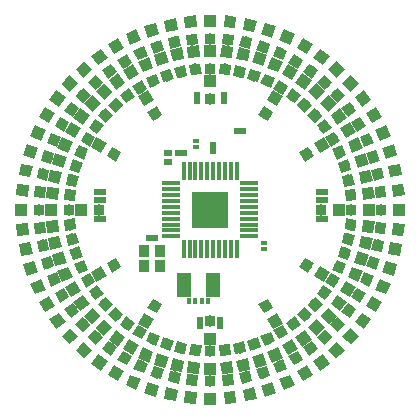
<source format=gbs>
G75*
G70*
%OFA0B0*%
%FSLAX24Y24*%
%IPPOS*%
%LPD*%
%AMOC8*
5,1,8,0,0,1.08239X$1,22.5*
%
%ADD10C,0.0380*%
%ADD11R,0.0395X0.0395*%
%ADD12R,0.0370X0.0354*%
%ADD13R,0.0395X0.0395*%
%ADD14R,0.0354X0.0370*%
%ADD15R,0.0510X0.0830*%
%ADD16R,0.0190X0.0249*%
%ADD17R,0.0249X0.0190*%
%ADD18R,0.0178X0.0218*%
%ADD19R,0.0218X0.0178*%
%ADD20R,0.0277X0.0237*%
%ADD21R,0.0356X0.0434*%
%ADD22R,0.0198X0.0237*%
%ADD23R,0.0171X0.0631*%
%ADD24R,0.0631X0.0171*%
%ADD25R,0.1222X0.1222*%
%ADD26C,0.0320*%
D10*
X004489Y004689D03*
X004911Y004267D03*
X005375Y003891D03*
X005876Y003566D03*
X006408Y003295D03*
X006965Y003081D03*
X007542Y002926D03*
X008132Y002833D03*
X008728Y002802D03*
X009324Y002833D03*
X009914Y002926D03*
X010491Y003081D03*
X011049Y003295D03*
X011581Y003566D03*
X012081Y003891D03*
X012545Y004267D03*
X012968Y004689D03*
X013343Y005153D03*
X013669Y005654D03*
X013940Y006186D03*
X014154Y006744D03*
X014308Y007320D03*
X014402Y007910D03*
X014433Y008506D03*
X014402Y009103D03*
X014308Y009693D03*
X014154Y010269D03*
X013940Y010827D03*
X013669Y011359D03*
X013343Y011860D03*
X012968Y012324D03*
X012545Y012746D03*
X012081Y013122D03*
X011581Y013447D03*
X011049Y013718D03*
X010491Y013932D03*
X009914Y014086D03*
X009324Y014180D03*
X008728Y014211D03*
X008132Y014180D03*
X007542Y014086D03*
X006965Y013932D03*
X006408Y013718D03*
X005876Y013447D03*
X005375Y013122D03*
X004911Y012746D03*
X004489Y012324D03*
X004113Y011860D03*
X003788Y011359D03*
X003517Y010827D03*
X003303Y010269D03*
X003148Y009693D03*
X003055Y009103D03*
X003023Y008506D03*
X003055Y007910D03*
X003148Y007320D03*
X003303Y006744D03*
X003517Y006186D03*
X003788Y005654D03*
X004113Y005153D03*
X004922Y005741D03*
X004654Y006154D03*
X004430Y006593D03*
X004254Y007053D03*
X004126Y007528D03*
X004049Y008015D03*
X004023Y008506D03*
X004049Y008998D03*
X004126Y009485D03*
X004254Y009960D03*
X004430Y010420D03*
X004654Y010859D03*
X004922Y011272D03*
X005232Y011655D03*
X005580Y012003D03*
X005963Y012313D03*
X006376Y012581D03*
X006815Y012804D03*
X007274Y012981D03*
X007750Y013108D03*
X008236Y013185D03*
X008728Y013211D03*
X009220Y013185D03*
X009706Y013108D03*
X010182Y012981D03*
X010642Y012804D03*
X011081Y012581D03*
X011494Y012313D03*
X011876Y012003D03*
X012224Y011655D03*
X012534Y011272D03*
X012803Y010859D03*
X013026Y010420D03*
X013203Y009960D03*
X013330Y009485D03*
X013407Y008998D03*
X013433Y008506D03*
X013407Y008015D03*
X013330Y007528D03*
X013203Y007053D03*
X013026Y006593D03*
X012803Y006154D03*
X012534Y005741D03*
X012224Y005358D03*
X011876Y005010D03*
X011494Y004700D03*
X011081Y004432D03*
X010642Y004208D03*
X010182Y004032D03*
X009706Y003905D03*
X009220Y003827D03*
X008728Y003802D03*
X008236Y003827D03*
X007750Y003905D03*
X007274Y004032D03*
X006815Y004208D03*
X006376Y004432D03*
X005963Y004700D03*
X005580Y005010D03*
X005232Y005358D03*
X005520Y006654D03*
X006876Y005298D03*
X008728Y004802D03*
X010581Y005298D03*
X011937Y006654D03*
X012433Y008506D03*
X011937Y010359D03*
X010581Y011715D03*
X008728Y012211D03*
X006876Y011715D03*
X005520Y010359D03*
X005023Y008506D03*
D11*
X004433Y008506D03*
X003433Y008506D03*
X002433Y008506D03*
X008728Y004211D03*
X008728Y003211D03*
X008728Y002211D03*
X013023Y008506D03*
X014023Y008506D03*
X015023Y008506D03*
X008728Y012802D03*
X008728Y013802D03*
X008728Y014802D03*
D12*
X008728Y014211D03*
G36*
X008334Y014024D02*
X007967Y013985D01*
X007930Y014336D01*
X008297Y014375D01*
X008334Y014024D01*
G37*
G36*
X007759Y013952D02*
X007398Y013875D01*
X007325Y014220D01*
X007686Y014297D01*
X007759Y013952D01*
G37*
G36*
X007195Y013821D02*
X006844Y013707D01*
X006735Y014043D01*
X007086Y014157D01*
X007195Y013821D01*
G37*
G36*
X006648Y013632D02*
X006311Y013482D01*
X006168Y013804D01*
X006505Y013954D01*
X006648Y013632D01*
G37*
G36*
X006124Y013387D02*
X005805Y013202D01*
X005628Y013507D01*
X005947Y013692D01*
X006124Y013387D01*
G37*
G36*
X005628Y013088D02*
X005330Y012871D01*
X005122Y013156D01*
X005420Y013373D01*
X005628Y013088D01*
G37*
G36*
X005166Y012739D02*
X004892Y012491D01*
X004656Y012753D01*
X004930Y013001D01*
X005166Y012739D01*
G37*
G36*
X004744Y012343D02*
X004496Y012069D01*
X004234Y012305D01*
X004482Y012579D01*
X004744Y012343D01*
G37*
G36*
X004364Y011905D02*
X004147Y011607D01*
X003862Y011815D01*
X004079Y012113D01*
X004364Y011905D01*
G37*
G36*
X005173Y011317D02*
X004956Y011019D01*
X004671Y011227D01*
X004888Y011525D01*
X005173Y011317D01*
G37*
G36*
X005487Y011674D02*
X005239Y011400D01*
X004977Y011636D01*
X005225Y011910D01*
X005487Y011674D01*
G37*
G36*
X005835Y011996D02*
X005561Y011748D01*
X005325Y012010D01*
X005599Y012258D01*
X005835Y011996D01*
G37*
G36*
X006216Y012279D02*
X005918Y012062D01*
X005710Y012347D01*
X006008Y012564D01*
X006216Y012279D01*
G37*
G36*
X006624Y012521D02*
X006305Y012336D01*
X006128Y012641D01*
X006447Y012826D01*
X006624Y012521D01*
G37*
G36*
X007055Y012718D02*
X006718Y012568D01*
X006575Y012890D01*
X006912Y013040D01*
X007055Y012718D01*
G37*
G36*
X007504Y012870D02*
X007153Y012756D01*
X007044Y013092D01*
X007395Y013206D01*
X007504Y012870D01*
G37*
G36*
X007967Y012974D02*
X007606Y012897D01*
X007533Y013242D01*
X007894Y013319D01*
X007967Y012974D01*
G37*
G36*
X008438Y013029D02*
X008071Y012990D01*
X008034Y013341D01*
X008401Y013380D01*
X008438Y013029D01*
G37*
X008728Y013211D03*
G36*
X009385Y012990D02*
X009018Y013029D01*
X009055Y013380D01*
X009422Y013341D01*
X009385Y012990D01*
G37*
G36*
X009850Y012897D02*
X009489Y012974D01*
X009562Y013319D01*
X009923Y013242D01*
X009850Y012897D01*
G37*
G36*
X010303Y012756D02*
X009952Y012870D01*
X010061Y013206D01*
X010412Y013092D01*
X010303Y012756D01*
G37*
G36*
X010739Y012568D02*
X010402Y012718D01*
X010545Y013040D01*
X010882Y012890D01*
X010739Y012568D01*
G37*
G36*
X011152Y012336D02*
X010833Y012521D01*
X011010Y012826D01*
X011329Y012641D01*
X011152Y012336D01*
G37*
G36*
X011539Y012062D02*
X011241Y012279D01*
X011449Y012564D01*
X011747Y012347D01*
X011539Y012062D01*
G37*
G36*
X011895Y011748D02*
X011621Y011996D01*
X011857Y012258D01*
X012131Y012010D01*
X011895Y011748D01*
G37*
G36*
X012217Y011400D02*
X011969Y011674D01*
X012231Y011910D01*
X012479Y011636D01*
X012217Y011400D01*
G37*
G36*
X012500Y011019D02*
X012283Y011317D01*
X012568Y011525D01*
X012785Y011227D01*
X012500Y011019D01*
G37*
G36*
X012743Y010611D02*
X012558Y010930D01*
X012863Y011107D01*
X013048Y010788D01*
X012743Y010611D01*
G37*
G36*
X012940Y010180D02*
X012790Y010517D01*
X013112Y010660D01*
X013262Y010323D01*
X012940Y010180D01*
G37*
G36*
X013092Y009730D02*
X012978Y010081D01*
X013314Y010190D01*
X013428Y009839D01*
X013092Y009730D01*
G37*
G36*
X013196Y009268D02*
X013119Y009629D01*
X013464Y009702D01*
X013541Y009341D01*
X013196Y009268D01*
G37*
G36*
X013251Y008796D02*
X013212Y009163D01*
X013563Y009200D01*
X013602Y008833D01*
X013251Y008796D01*
G37*
G36*
X013212Y007850D02*
X013251Y008217D01*
X013602Y008180D01*
X013563Y007813D01*
X013212Y007850D01*
G37*
G36*
X013119Y007384D02*
X013196Y007745D01*
X013541Y007672D01*
X013464Y007311D01*
X013119Y007384D01*
G37*
G36*
X012978Y006932D02*
X013092Y007283D01*
X013428Y007174D01*
X013314Y006823D01*
X012978Y006932D01*
G37*
G36*
X012790Y006496D02*
X012940Y006833D01*
X013262Y006690D01*
X013112Y006353D01*
X012790Y006496D01*
G37*
G36*
X012558Y006083D02*
X012743Y006402D01*
X013048Y006225D01*
X012863Y005906D01*
X012558Y006083D01*
G37*
G36*
X012283Y005696D02*
X012500Y005994D01*
X012785Y005786D01*
X012568Y005488D01*
X012283Y005696D01*
G37*
G36*
X011969Y005339D02*
X012217Y005613D01*
X012479Y005377D01*
X012231Y005103D01*
X011969Y005339D01*
G37*
G36*
X011621Y005017D02*
X011895Y005265D01*
X012131Y005003D01*
X011857Y004755D01*
X011621Y005017D01*
G37*
G36*
X011241Y004734D02*
X011539Y004951D01*
X011747Y004666D01*
X011449Y004449D01*
X011241Y004734D01*
G37*
G36*
X010833Y004492D02*
X011152Y004677D01*
X011329Y004372D01*
X011010Y004187D01*
X010833Y004492D01*
G37*
G36*
X010402Y004294D02*
X010739Y004444D01*
X010882Y004122D01*
X010545Y003972D01*
X010402Y004294D01*
G37*
G36*
X009952Y004143D02*
X010303Y004257D01*
X010412Y003921D01*
X010061Y003807D01*
X009952Y004143D01*
G37*
G36*
X009489Y004039D02*
X009850Y004116D01*
X009923Y003771D01*
X009562Y003694D01*
X009489Y004039D01*
G37*
G36*
X009018Y003983D02*
X009385Y004022D01*
X009422Y003671D01*
X009055Y003632D01*
X009018Y003983D01*
G37*
X008728Y003802D03*
G36*
X008071Y004022D02*
X008438Y003983D01*
X008401Y003632D01*
X008034Y003671D01*
X008071Y004022D01*
G37*
G36*
X007606Y004116D02*
X007967Y004039D01*
X007894Y003694D01*
X007533Y003771D01*
X007606Y004116D01*
G37*
G36*
X007153Y004257D02*
X007504Y004143D01*
X007395Y003807D01*
X007044Y003921D01*
X007153Y004257D01*
G37*
G36*
X006718Y004444D02*
X007055Y004294D01*
X006912Y003972D01*
X006575Y004122D01*
X006718Y004444D01*
G37*
G36*
X006305Y004677D02*
X006624Y004492D01*
X006447Y004187D01*
X006128Y004372D01*
X006305Y004677D01*
G37*
G36*
X005918Y004951D02*
X006216Y004734D01*
X006008Y004449D01*
X005710Y004666D01*
X005918Y004951D01*
G37*
G36*
X005561Y005265D02*
X005835Y005017D01*
X005599Y004755D01*
X005325Y005003D01*
X005561Y005265D01*
G37*
G36*
X005239Y005613D02*
X005487Y005339D01*
X005225Y005103D01*
X004977Y005377D01*
X005239Y005613D01*
G37*
G36*
X004956Y005994D02*
X005173Y005696D01*
X004888Y005488D01*
X004671Y005786D01*
X004956Y005994D01*
G37*
G36*
X004714Y006402D02*
X004899Y006083D01*
X004594Y005906D01*
X004409Y006225D01*
X004714Y006402D01*
G37*
G36*
X004516Y006833D02*
X004666Y006496D01*
X004344Y006353D01*
X004194Y006690D01*
X004516Y006833D01*
G37*
G36*
X004365Y007283D02*
X004479Y006932D01*
X004143Y006823D01*
X004029Y007174D01*
X004365Y007283D01*
G37*
G36*
X004260Y007745D02*
X004337Y007384D01*
X003992Y007311D01*
X003915Y007672D01*
X004260Y007745D01*
G37*
G36*
X004205Y008217D02*
X004244Y007850D01*
X003893Y007813D01*
X003854Y008180D01*
X004205Y008217D01*
G37*
G36*
X004244Y009163D02*
X004205Y008796D01*
X003854Y008833D01*
X003893Y009200D01*
X004244Y009163D01*
G37*
G36*
X004337Y009629D02*
X004260Y009268D01*
X003915Y009341D01*
X003992Y009702D01*
X004337Y009629D01*
G37*
G36*
X004479Y010081D02*
X004365Y009730D01*
X004029Y009839D01*
X004143Y010190D01*
X004479Y010081D01*
G37*
G36*
X004666Y010517D02*
X004516Y010180D01*
X004194Y010323D01*
X004344Y010660D01*
X004666Y010517D01*
G37*
G36*
X004899Y010930D02*
X004714Y010611D01*
X004409Y010788D01*
X004594Y011107D01*
X004899Y010930D01*
G37*
G36*
X005765Y010430D02*
X005580Y010111D01*
X005275Y010288D01*
X005460Y010607D01*
X005765Y010430D01*
G37*
G36*
X007124Y011655D02*
X006805Y011470D01*
X006628Y011775D01*
X006947Y011960D01*
X007124Y011655D01*
G37*
X008728Y012211D03*
G36*
X010652Y011470D02*
X010333Y011655D01*
X010510Y011960D01*
X010829Y011775D01*
X010652Y011470D01*
G37*
G36*
X011877Y010111D02*
X011692Y010430D01*
X011997Y010607D01*
X012182Y010288D01*
X011877Y010111D01*
G37*
G36*
X013609Y011111D02*
X013424Y011430D01*
X013729Y011607D01*
X013914Y011288D01*
X013609Y011111D01*
G37*
G36*
X013854Y010587D02*
X013704Y010924D01*
X014026Y011067D01*
X014176Y010730D01*
X013854Y010587D01*
G37*
G36*
X014043Y010039D02*
X013929Y010390D01*
X014265Y010499D01*
X014379Y010148D01*
X014043Y010039D01*
G37*
G36*
X014174Y009476D02*
X014097Y009837D01*
X014442Y009910D01*
X014519Y009549D01*
X014174Y009476D01*
G37*
G36*
X014246Y008901D02*
X014207Y009268D01*
X014558Y009305D01*
X014597Y008938D01*
X014246Y008901D01*
G37*
G36*
X014207Y007745D02*
X014246Y008112D01*
X014597Y008075D01*
X014558Y007708D01*
X014207Y007745D01*
G37*
G36*
X014097Y007176D02*
X014174Y007537D01*
X014519Y007464D01*
X014442Y007103D01*
X014097Y007176D01*
G37*
G36*
X013929Y006623D02*
X014043Y006974D01*
X014379Y006865D01*
X014265Y006514D01*
X013929Y006623D01*
G37*
G36*
X013704Y006089D02*
X013854Y006426D01*
X014176Y006283D01*
X014026Y005946D01*
X013704Y006089D01*
G37*
G36*
X013424Y005583D02*
X013609Y005902D01*
X013914Y005725D01*
X013729Y005406D01*
X013424Y005583D01*
G37*
G36*
X013092Y005108D02*
X013309Y005406D01*
X013594Y005198D01*
X013377Y004900D01*
X013092Y005108D01*
G37*
G36*
X012713Y004670D02*
X012961Y004944D01*
X013223Y004708D01*
X012975Y004434D01*
X012713Y004670D01*
G37*
G36*
X012290Y004274D02*
X012564Y004522D01*
X012800Y004260D01*
X012526Y004012D01*
X012290Y004274D01*
G37*
G36*
X011828Y003925D02*
X012126Y004142D01*
X012334Y003857D01*
X012036Y003640D01*
X011828Y003925D01*
G37*
G36*
X011333Y003626D02*
X011652Y003811D01*
X011829Y003506D01*
X011510Y003321D01*
X011333Y003626D01*
G37*
G36*
X010809Y003381D02*
X011146Y003531D01*
X011289Y003209D01*
X010952Y003059D01*
X010809Y003381D01*
G37*
G36*
X010261Y003192D02*
X010612Y003306D01*
X010721Y002970D01*
X010370Y002856D01*
X010261Y003192D01*
G37*
G36*
X009697Y003060D02*
X010058Y003137D01*
X010131Y002792D01*
X009770Y002715D01*
X009697Y003060D01*
G37*
G36*
X009122Y002989D02*
X009489Y003028D01*
X009526Y002677D01*
X009159Y002638D01*
X009122Y002989D01*
G37*
X008728Y002802D03*
G36*
X007967Y003028D02*
X008334Y002989D01*
X008297Y002638D01*
X007930Y002677D01*
X007967Y003028D01*
G37*
G36*
X007398Y003137D02*
X007759Y003060D01*
X007686Y002715D01*
X007325Y002792D01*
X007398Y003137D01*
G37*
G36*
X006844Y003306D02*
X007195Y003192D01*
X007086Y002856D01*
X006735Y002970D01*
X006844Y003306D01*
G37*
G36*
X006311Y003531D02*
X006648Y003381D01*
X006505Y003059D01*
X006168Y003209D01*
X006311Y003531D01*
G37*
G36*
X005805Y003811D02*
X006124Y003626D01*
X005947Y003321D01*
X005628Y003506D01*
X005805Y003811D01*
G37*
G36*
X005330Y004142D02*
X005628Y003925D01*
X005420Y003640D01*
X005122Y003857D01*
X005330Y004142D01*
G37*
G36*
X004892Y004522D02*
X005166Y004274D01*
X004930Y004012D01*
X004656Y004260D01*
X004892Y004522D01*
G37*
G36*
X004496Y004944D02*
X004744Y004670D01*
X004482Y004434D01*
X004234Y004708D01*
X004496Y004944D01*
G37*
G36*
X004147Y005406D02*
X004364Y005108D01*
X004079Y004900D01*
X003862Y005198D01*
X004147Y005406D01*
G37*
G36*
X003848Y005902D02*
X004033Y005583D01*
X003728Y005406D01*
X003543Y005725D01*
X003848Y005902D01*
G37*
G36*
X003603Y006426D02*
X003753Y006089D01*
X003431Y005946D01*
X003281Y006283D01*
X003603Y006426D01*
G37*
G36*
X003414Y006974D02*
X003528Y006623D01*
X003192Y006514D01*
X003078Y006865D01*
X003414Y006974D01*
G37*
G36*
X003282Y007537D02*
X003359Y007176D01*
X003014Y007103D01*
X002937Y007464D01*
X003282Y007537D01*
G37*
G36*
X003211Y008112D02*
X003250Y007745D01*
X002899Y007708D01*
X002860Y008075D01*
X003211Y008112D01*
G37*
G36*
X003250Y009268D02*
X003211Y008901D01*
X002860Y008938D01*
X002899Y009305D01*
X003250Y009268D01*
G37*
G36*
X003359Y009837D02*
X003282Y009476D01*
X002937Y009549D01*
X003014Y009910D01*
X003359Y009837D01*
G37*
G36*
X003528Y010390D02*
X003414Y010039D01*
X003078Y010148D01*
X003192Y010499D01*
X003528Y010390D01*
G37*
G36*
X003753Y010924D02*
X003603Y010587D01*
X003281Y010730D01*
X003431Y011067D01*
X003753Y010924D01*
G37*
G36*
X004033Y011430D02*
X003848Y011111D01*
X003543Y011288D01*
X003728Y011607D01*
X004033Y011430D01*
G37*
G36*
X005580Y006902D02*
X005765Y006583D01*
X005460Y006406D01*
X005275Y006725D01*
X005580Y006902D01*
G37*
G36*
X006805Y005543D02*
X007124Y005358D01*
X006947Y005053D01*
X006628Y005238D01*
X006805Y005543D01*
G37*
X008728Y004802D03*
G36*
X010333Y005358D02*
X010652Y005543D01*
X010829Y005238D01*
X010510Y005053D01*
X010333Y005358D01*
G37*
G36*
X011692Y006583D02*
X011877Y006902D01*
X012182Y006725D01*
X011997Y006406D01*
X011692Y006583D01*
G37*
G36*
X013309Y011607D02*
X013092Y011905D01*
X013377Y012113D01*
X013594Y011815D01*
X013309Y011607D01*
G37*
G36*
X012961Y012069D02*
X012713Y012343D01*
X012975Y012579D01*
X013223Y012305D01*
X012961Y012069D01*
G37*
G36*
X012564Y012491D02*
X012290Y012739D01*
X012526Y013001D01*
X012800Y012753D01*
X012564Y012491D01*
G37*
G36*
X012126Y012871D02*
X011828Y013088D01*
X012036Y013373D01*
X012334Y013156D01*
X012126Y012871D01*
G37*
G36*
X011652Y013202D02*
X011333Y013387D01*
X011510Y013692D01*
X011829Y013507D01*
X011652Y013202D01*
G37*
G36*
X011146Y013482D02*
X010809Y013632D01*
X010952Y013954D01*
X011289Y013804D01*
X011146Y013482D01*
G37*
G36*
X010612Y013707D02*
X010261Y013821D01*
X010370Y014157D01*
X010721Y014043D01*
X010612Y013707D01*
G37*
G36*
X010058Y013875D02*
X009697Y013952D01*
X009770Y014297D01*
X010131Y014220D01*
X010058Y013875D01*
G37*
G36*
X009489Y013985D02*
X009122Y014024D01*
X009159Y014375D01*
X009526Y014336D01*
X009489Y013985D01*
G37*
D13*
G36*
X004036Y004016D02*
X003772Y004308D01*
X004064Y004572D01*
X004328Y004280D01*
X004036Y004016D01*
G37*
G36*
X004530Y003550D02*
X004238Y003814D01*
X004502Y004106D01*
X004794Y003842D01*
X004530Y003550D01*
G37*
G36*
X005071Y003138D02*
X004753Y003370D01*
X004985Y003688D01*
X005303Y003456D01*
X005071Y003138D01*
G37*
G36*
X005653Y002786D02*
X005312Y002983D01*
X005509Y003324D01*
X005850Y003127D01*
X005653Y002786D01*
G37*
G36*
X006267Y002495D02*
X005908Y002656D01*
X006069Y003015D01*
X006428Y002854D01*
X006267Y002495D01*
G37*
G36*
X006909Y002271D02*
X006535Y002393D01*
X006657Y002767D01*
X007031Y002645D01*
X006909Y002271D01*
G37*
G36*
X007570Y002116D02*
X007186Y002198D01*
X007268Y002582D01*
X007652Y002500D01*
X007570Y002116D01*
G37*
G36*
X008245Y002030D02*
X007854Y002071D01*
X007895Y002462D01*
X008286Y002421D01*
X008245Y002030D01*
G37*
G36*
X009602Y002071D02*
X009211Y002030D01*
X009170Y002421D01*
X009561Y002462D01*
X009602Y002071D01*
G37*
G36*
X010270Y002198D02*
X009886Y002116D01*
X009804Y002500D01*
X010188Y002582D01*
X010270Y002198D01*
G37*
G36*
X010922Y002393D02*
X010548Y002271D01*
X010426Y002645D01*
X010800Y002767D01*
X010922Y002393D01*
G37*
G36*
X011549Y002656D02*
X011190Y002495D01*
X011029Y002854D01*
X011388Y003015D01*
X011549Y002656D01*
G37*
G36*
X012145Y002983D02*
X011804Y002786D01*
X011607Y003127D01*
X011948Y003324D01*
X012145Y002983D01*
G37*
G36*
X012703Y003370D02*
X012385Y003138D01*
X012153Y003456D01*
X012471Y003688D01*
X012703Y003370D01*
G37*
G36*
X013219Y003814D02*
X012927Y003550D01*
X012663Y003842D01*
X012955Y004106D01*
X013219Y003814D01*
G37*
G36*
X013684Y004308D02*
X013420Y004016D01*
X013128Y004280D01*
X013392Y004572D01*
X013684Y004308D01*
G37*
G36*
X014096Y004849D02*
X013864Y004531D01*
X013546Y004763D01*
X013778Y005081D01*
X014096Y004849D01*
G37*
G36*
X014449Y005431D02*
X014252Y005090D01*
X013911Y005287D01*
X014108Y005628D01*
X014449Y005431D01*
G37*
G36*
X014739Y006045D02*
X014578Y005686D01*
X014219Y005847D01*
X014380Y006206D01*
X014739Y006045D01*
G37*
G36*
X014963Y006687D02*
X014841Y006313D01*
X014467Y006435D01*
X014589Y006809D01*
X014963Y006687D01*
G37*
G36*
X015119Y007349D02*
X015037Y006965D01*
X014653Y007047D01*
X014735Y007431D01*
X015119Y007349D01*
G37*
G36*
X015205Y008023D02*
X015164Y007632D01*
X014773Y007673D01*
X014814Y008064D01*
X015205Y008023D01*
G37*
G36*
X015164Y009380D02*
X015205Y008989D01*
X014814Y008948D01*
X014773Y009339D01*
X015164Y009380D01*
G37*
G36*
X015037Y010048D02*
X015119Y009664D01*
X014735Y009582D01*
X014653Y009966D01*
X015037Y010048D01*
G37*
G36*
X014841Y010700D02*
X014963Y010326D01*
X014589Y010204D01*
X014467Y010578D01*
X014841Y010700D01*
G37*
G36*
X014578Y011327D02*
X014739Y010968D01*
X014380Y010807D01*
X014219Y011166D01*
X014578Y011327D01*
G37*
G36*
X014252Y011923D02*
X014449Y011582D01*
X014108Y011385D01*
X013911Y011726D01*
X014252Y011923D01*
G37*
G36*
X013864Y012482D02*
X014096Y012164D01*
X013778Y011932D01*
X013546Y012250D01*
X013864Y012482D01*
G37*
G36*
X013420Y012997D02*
X013684Y012705D01*
X013392Y012441D01*
X013128Y012733D01*
X013420Y012997D01*
G37*
G36*
X012927Y013463D02*
X013219Y013199D01*
X012955Y012907D01*
X012663Y013171D01*
X012927Y013463D01*
G37*
G36*
X012385Y013874D02*
X012703Y013642D01*
X012471Y013324D01*
X012153Y013556D01*
X012385Y013874D01*
G37*
G36*
X011804Y014227D02*
X012145Y014030D01*
X011948Y013689D01*
X011607Y013886D01*
X011804Y014227D01*
G37*
G36*
X011190Y014517D02*
X011549Y014356D01*
X011388Y013997D01*
X011029Y014158D01*
X011190Y014517D01*
G37*
G36*
X010548Y014742D02*
X010922Y014620D01*
X010800Y014246D01*
X010426Y014368D01*
X010548Y014742D01*
G37*
G36*
X009886Y014897D02*
X010270Y014815D01*
X010188Y014431D01*
X009804Y014513D01*
X009886Y014897D01*
G37*
G36*
X009211Y014983D02*
X009602Y014942D01*
X009561Y014551D01*
X009170Y014592D01*
X009211Y014983D01*
G37*
G36*
X007854Y014942D02*
X008245Y014983D01*
X008286Y014592D01*
X007895Y014551D01*
X007854Y014942D01*
G37*
G36*
X007186Y014815D02*
X007570Y014897D01*
X007652Y014513D01*
X007268Y014431D01*
X007186Y014815D01*
G37*
G36*
X006535Y014620D02*
X006909Y014742D01*
X007031Y014368D01*
X006657Y014246D01*
X006535Y014620D01*
G37*
G36*
X005908Y014356D02*
X006267Y014517D01*
X006428Y014158D01*
X006069Y013997D01*
X005908Y014356D01*
G37*
G36*
X005312Y014030D02*
X005653Y014227D01*
X005850Y013886D01*
X005509Y013689D01*
X005312Y014030D01*
G37*
G36*
X004753Y013642D02*
X005071Y013874D01*
X005303Y013556D01*
X004985Y013324D01*
X004753Y013642D01*
G37*
G36*
X004238Y013199D02*
X004530Y013463D01*
X004794Y013171D01*
X004502Y012907D01*
X004238Y013199D01*
G37*
G36*
X003772Y012705D02*
X004036Y012997D01*
X004328Y012733D01*
X004064Y012441D01*
X003772Y012705D01*
G37*
G36*
X003360Y012164D02*
X003592Y012482D01*
X003910Y012250D01*
X003678Y011932D01*
X003360Y012164D01*
G37*
G36*
X003007Y011582D02*
X003204Y011923D01*
X003545Y011726D01*
X003348Y011385D01*
X003007Y011582D01*
G37*
G36*
X002717Y010968D02*
X002878Y011327D01*
X003237Y011166D01*
X003076Y010807D01*
X002717Y010968D01*
G37*
G36*
X002493Y010326D02*
X002615Y010700D01*
X002989Y010578D01*
X002867Y010204D01*
X002493Y010326D01*
G37*
G36*
X002337Y009664D02*
X002419Y010048D01*
X002803Y009966D01*
X002721Y009582D01*
X002337Y009664D01*
G37*
G36*
X002251Y008989D02*
X002292Y009380D01*
X002683Y009339D01*
X002642Y008948D01*
X002251Y008989D01*
G37*
G36*
X002292Y007632D02*
X002251Y008023D01*
X002642Y008064D01*
X002683Y007673D01*
X002292Y007632D01*
G37*
G36*
X002419Y006965D02*
X002337Y007349D01*
X002721Y007431D01*
X002803Y007047D01*
X002419Y006965D01*
G37*
G36*
X002615Y006313D02*
X002493Y006687D01*
X002867Y006809D01*
X002989Y006435D01*
X002615Y006313D01*
G37*
G36*
X002878Y005686D02*
X002717Y006045D01*
X003076Y006206D01*
X003237Y005847D01*
X002878Y005686D01*
G37*
G36*
X003204Y005090D02*
X003007Y005431D01*
X003348Y005628D01*
X003545Y005287D01*
X003204Y005090D01*
G37*
G36*
X003592Y004531D02*
X003360Y004849D01*
X003678Y005081D01*
X003910Y004763D01*
X003592Y004531D01*
G37*
G36*
X004401Y005119D02*
X004169Y005437D01*
X004487Y005669D01*
X004719Y005351D01*
X004401Y005119D01*
G37*
G36*
X004779Y004685D02*
X004515Y004977D01*
X004807Y005241D01*
X005071Y004949D01*
X004779Y004685D01*
G37*
G36*
X005199Y004293D02*
X004907Y004557D01*
X005171Y004849D01*
X005463Y004585D01*
X005199Y004293D01*
G37*
G36*
X005659Y003947D02*
X005341Y004179D01*
X005573Y004497D01*
X005891Y004265D01*
X005659Y003947D01*
G37*
G36*
X006153Y003652D02*
X005812Y003849D01*
X006009Y004190D01*
X006350Y003993D01*
X006153Y003652D01*
G37*
G36*
X006673Y003409D02*
X006314Y003570D01*
X006475Y003929D01*
X006834Y003768D01*
X006673Y003409D01*
G37*
G36*
X007218Y003222D02*
X006844Y003344D01*
X006966Y003718D01*
X007340Y003596D01*
X007218Y003222D01*
G37*
G36*
X007778Y003094D02*
X007394Y003176D01*
X007476Y003560D01*
X007860Y003478D01*
X007778Y003094D01*
G37*
G36*
X008350Y003024D02*
X007959Y003065D01*
X008000Y003456D01*
X008391Y003415D01*
X008350Y003024D01*
G37*
G36*
X009498Y003065D02*
X009107Y003024D01*
X009066Y003415D01*
X009457Y003456D01*
X009498Y003065D01*
G37*
G36*
X010062Y003176D02*
X009678Y003094D01*
X009596Y003478D01*
X009980Y003560D01*
X010062Y003176D01*
G37*
G36*
X010612Y003344D02*
X010238Y003222D01*
X010116Y003596D01*
X010490Y003718D01*
X010612Y003344D01*
G37*
G36*
X011142Y003570D02*
X010783Y003409D01*
X010622Y003768D01*
X010981Y003929D01*
X011142Y003570D01*
G37*
G36*
X011645Y003849D02*
X011304Y003652D01*
X011107Y003993D01*
X011448Y004190D01*
X011645Y003849D01*
G37*
G36*
X012116Y004179D02*
X011798Y003947D01*
X011566Y004265D01*
X011884Y004497D01*
X012116Y004179D01*
G37*
G36*
X012549Y004557D02*
X012257Y004293D01*
X011993Y004585D01*
X012285Y004849D01*
X012549Y004557D01*
G37*
G36*
X012941Y004977D02*
X012677Y004685D01*
X012385Y004949D01*
X012649Y005241D01*
X012941Y004977D01*
G37*
G36*
X013287Y005437D02*
X013055Y005119D01*
X012737Y005351D01*
X012969Y005669D01*
X013287Y005437D01*
G37*
G36*
X013583Y005931D02*
X013386Y005590D01*
X013045Y005787D01*
X013242Y006128D01*
X013583Y005931D01*
G37*
G36*
X013826Y006452D02*
X013665Y006093D01*
X013306Y006254D01*
X013467Y006613D01*
X013826Y006452D01*
G37*
G36*
X014012Y006996D02*
X013890Y006622D01*
X013516Y006744D01*
X013638Y007118D01*
X014012Y006996D01*
G37*
G36*
X014141Y007556D02*
X014059Y007172D01*
X013675Y007254D01*
X013757Y007638D01*
X014141Y007556D01*
G37*
G36*
X014210Y008128D02*
X014169Y007737D01*
X013778Y007778D01*
X013819Y008169D01*
X014210Y008128D01*
G37*
G36*
X014169Y009276D02*
X014210Y008885D01*
X013819Y008844D01*
X013778Y009235D01*
X014169Y009276D01*
G37*
G36*
X014059Y009840D02*
X014141Y009456D01*
X013757Y009374D01*
X013675Y009758D01*
X014059Y009840D01*
G37*
G36*
X013890Y010391D02*
X014012Y010017D01*
X013638Y009895D01*
X013516Y010269D01*
X013890Y010391D01*
G37*
G36*
X013665Y010920D02*
X013826Y010561D01*
X013467Y010400D01*
X013306Y010759D01*
X013665Y010920D01*
G37*
G36*
X013386Y011423D02*
X013583Y011082D01*
X013242Y010885D01*
X013045Y011226D01*
X013386Y011423D01*
G37*
G36*
X013055Y011894D02*
X013287Y011576D01*
X012969Y011344D01*
X012737Y011662D01*
X013055Y011894D01*
G37*
G36*
X012677Y012328D02*
X012941Y012036D01*
X012649Y011772D01*
X012385Y012064D01*
X012677Y012328D01*
G37*
G36*
X012257Y012720D02*
X012549Y012456D01*
X012285Y012164D01*
X011993Y012428D01*
X012257Y012720D01*
G37*
G36*
X011798Y013065D02*
X012116Y012833D01*
X011884Y012515D01*
X011566Y012747D01*
X011798Y013065D01*
G37*
G36*
X011304Y013361D02*
X011645Y013164D01*
X011448Y012823D01*
X011107Y013020D01*
X011304Y013361D01*
G37*
G36*
X010783Y013604D02*
X011142Y013443D01*
X010981Y013084D01*
X010622Y013245D01*
X010783Y013604D01*
G37*
G36*
X010238Y013791D02*
X010612Y013669D01*
X010490Y013295D01*
X010116Y013417D01*
X010238Y013791D01*
G37*
G36*
X009678Y013919D02*
X010062Y013837D01*
X009980Y013453D01*
X009596Y013535D01*
X009678Y013919D01*
G37*
G36*
X009107Y013989D02*
X009498Y013948D01*
X009457Y013557D01*
X009066Y013598D01*
X009107Y013989D01*
G37*
G36*
X007959Y013948D02*
X008350Y013989D01*
X008391Y013598D01*
X008000Y013557D01*
X007959Y013948D01*
G37*
G36*
X007394Y013837D02*
X007778Y013919D01*
X007860Y013535D01*
X007476Y013453D01*
X007394Y013837D01*
G37*
G36*
X006844Y013669D02*
X007218Y013791D01*
X007340Y013417D01*
X006966Y013295D01*
X006844Y013669D01*
G37*
G36*
X006314Y013443D02*
X006673Y013604D01*
X006834Y013245D01*
X006475Y013084D01*
X006314Y013443D01*
G37*
G36*
X005812Y013164D02*
X006153Y013361D01*
X006350Y013020D01*
X006009Y012823D01*
X005812Y013164D01*
G37*
G36*
X005341Y012833D02*
X005659Y013065D01*
X005891Y012747D01*
X005573Y012515D01*
X005341Y012833D01*
G37*
G36*
X004907Y012456D02*
X005199Y012720D01*
X005463Y012428D01*
X005171Y012164D01*
X004907Y012456D01*
G37*
G36*
X004515Y012036D02*
X004779Y012328D01*
X005071Y012064D01*
X004807Y011772D01*
X004515Y012036D01*
G37*
G36*
X004169Y011576D02*
X004401Y011894D01*
X004719Y011662D01*
X004487Y011344D01*
X004169Y011576D01*
G37*
G36*
X003873Y011082D02*
X004070Y011423D01*
X004411Y011226D01*
X004214Y010885D01*
X003873Y011082D01*
G37*
G36*
X003631Y010561D02*
X003792Y010920D01*
X004151Y010759D01*
X003990Y010400D01*
X003631Y010561D01*
G37*
G36*
X003444Y010017D02*
X003566Y010391D01*
X003940Y010269D01*
X003818Y009895D01*
X003444Y010017D01*
G37*
G36*
X003316Y009456D02*
X003398Y009840D01*
X003782Y009758D01*
X003700Y009374D01*
X003316Y009456D01*
G37*
G36*
X003246Y008885D02*
X003287Y009276D01*
X003678Y009235D01*
X003637Y008844D01*
X003246Y008885D01*
G37*
G36*
X003287Y007737D02*
X003246Y008128D01*
X003637Y008169D01*
X003678Y007778D01*
X003287Y007737D01*
G37*
G36*
X003398Y007172D02*
X003316Y007556D01*
X003700Y007638D01*
X003782Y007254D01*
X003398Y007172D01*
G37*
G36*
X003566Y006622D02*
X003444Y006996D01*
X003818Y007118D01*
X003940Y006744D01*
X003566Y006622D01*
G37*
G36*
X003792Y006093D02*
X003631Y006452D01*
X003990Y006613D01*
X004151Y006254D01*
X003792Y006093D01*
G37*
G36*
X004070Y005590D02*
X003873Y005931D01*
X004214Y006128D01*
X004411Y005787D01*
X004070Y005590D01*
G37*
G36*
X004936Y006090D02*
X004739Y006431D01*
X005080Y006628D01*
X005277Y006287D01*
X004936Y006090D01*
G37*
G36*
X006653Y004518D02*
X006312Y004715D01*
X006509Y005056D01*
X006850Y004859D01*
X006653Y004518D01*
G37*
G36*
X011145Y004715D02*
X010804Y004518D01*
X010607Y004859D01*
X010948Y005056D01*
X011145Y004715D01*
G37*
G36*
X012717Y006431D02*
X012520Y006090D01*
X012179Y006287D01*
X012376Y006628D01*
X012717Y006431D01*
G37*
G36*
X012520Y010923D02*
X012717Y010582D01*
X012376Y010385D01*
X012179Y010726D01*
X012520Y010923D01*
G37*
G36*
X010804Y012495D02*
X011145Y012298D01*
X010948Y011957D01*
X010607Y012154D01*
X010804Y012495D01*
G37*
G36*
X006312Y012298D02*
X006653Y012495D01*
X006850Y012154D01*
X006509Y011957D01*
X006312Y012298D01*
G37*
G36*
X004739Y010582D02*
X004936Y010923D01*
X005277Y010726D01*
X005080Y010385D01*
X004739Y010582D01*
G37*
D14*
X005023Y008506D03*
X004023Y008506D03*
X003023Y008506D03*
X012433Y008506D03*
X013433Y008506D03*
X014433Y008506D03*
D15*
X008828Y005986D03*
X007848Y005986D03*
D16*
X005139Y008186D03*
X004938Y008186D03*
X004938Y008826D03*
X005139Y008826D03*
X005139Y009086D03*
X004938Y009086D03*
X007668Y010406D03*
X007869Y010406D03*
X009618Y011136D03*
X009819Y011136D03*
X012358Y009086D03*
X012559Y009086D03*
X012559Y008826D03*
X012358Y008826D03*
X012358Y008186D03*
X012559Y008186D03*
D17*
X008828Y010456D03*
X008828Y010657D03*
X009178Y012126D03*
X009178Y012327D03*
X008288Y012327D03*
X008288Y012126D03*
X008398Y004827D03*
X008398Y004626D03*
X009058Y004636D03*
X009058Y004837D03*
D18*
X008647Y005456D03*
X008450Y005456D03*
X008227Y005456D03*
X008030Y005456D03*
D19*
X010528Y007198D03*
X010528Y007395D03*
X008248Y010608D03*
X008248Y010805D03*
D20*
X007318Y010404D03*
X007318Y010089D03*
D21*
X007044Y007136D03*
X007044Y006646D03*
X006532Y006646D03*
X006532Y007136D03*
D22*
X006690Y007566D03*
X006887Y007566D03*
D23*
X007842Y007207D03*
X008039Y007207D03*
X008236Y007207D03*
X008433Y007207D03*
X008630Y007207D03*
X008827Y007207D03*
X009023Y007207D03*
X009220Y007207D03*
X009417Y007207D03*
X009614Y007207D03*
X009614Y009806D03*
X009417Y009806D03*
X009220Y009806D03*
X009023Y009806D03*
X008827Y009806D03*
X008630Y009806D03*
X008433Y009806D03*
X008236Y009806D03*
X008039Y009806D03*
X007842Y009806D03*
D24*
X007429Y009392D03*
X007429Y009195D03*
X007429Y008999D03*
X007429Y008802D03*
X007429Y008605D03*
X007429Y008408D03*
X007429Y008211D03*
X007429Y008014D03*
X007429Y007817D03*
X007429Y007621D03*
X010027Y007621D03*
X010027Y007817D03*
X010027Y008014D03*
X010027Y008211D03*
X010027Y008408D03*
X010027Y008605D03*
X010027Y008802D03*
X010027Y008999D03*
X010027Y009195D03*
X010027Y009392D03*
D25*
X008728Y008506D03*
D26*
X008728Y008506D03*
X008334Y008506D03*
X008334Y008900D03*
X008728Y008900D03*
X009122Y008900D03*
X009122Y008506D03*
X009122Y008113D03*
X008728Y008113D03*
X008334Y008113D03*
M02*

</source>
